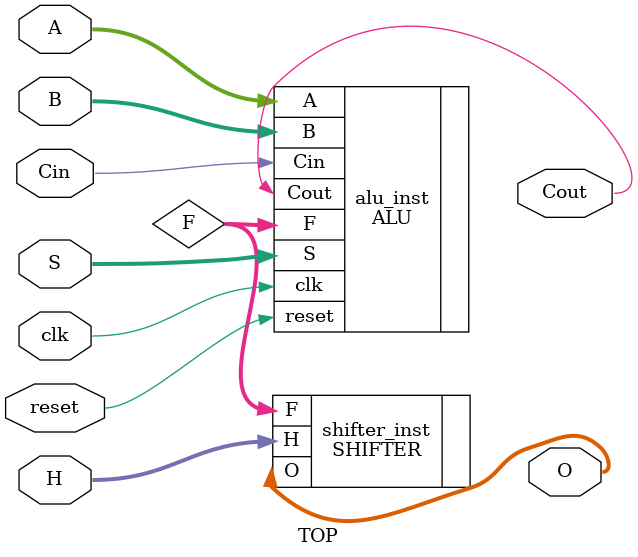
<source format=v>
/*
module TOP(A,B,S,Cin,H,clk,reset,Cout,F,O);
input A,B,S,Cin,H,clk,reset;
input [3:0]F;
output Cout;
output [3:0]O;

ALU alu(.A(A),.B(B),.S(S),.Cin(Cin),.clk(clk),.reset(reset),.F(F),.Cout(Cout));
SHIFTER shifter(.F(F),.H(H),.O(O));
endmodule
*/

module TOP (
	input [3:0] A,
	input [3:0] B,
	input [2:0] S,
	input Cin,
	input clk,
	input reset,
	input [1:0] H,
	output [3:0] O,
	output Cout
	);
wire [3:0]F;
ALU alu_inst (
	.A(A),
	.B(B),
	.S(S),
	.Cin(Cin),
	.clk(clk),
	.reset(reset),
	.Cout(Cout),
	.F(F)
	);
SHIFTER shifter_inst (
	.F(F),
	.H(H),
	.O(O)
	);
endmodule

</source>
